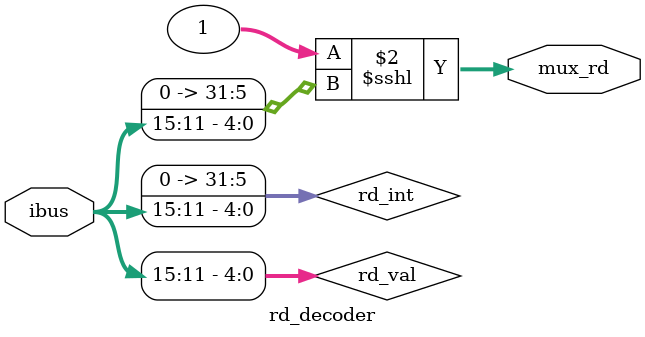
<source format=v>
`timescale 1ns / 1ps


module rd_decoder(ibus, mux_rd);
    input[31:0] ibus;
    output[31:0] mux_rd;
    
    wire[4:0] rd_val = ibus[15:11];
    integer rd_int;
    
    always@(rd_val) begin
        rd_int = rd_val;
    end
        
    assign mux_rd = 32'b1 <<< rd_int;  
    
endmodule


</source>
